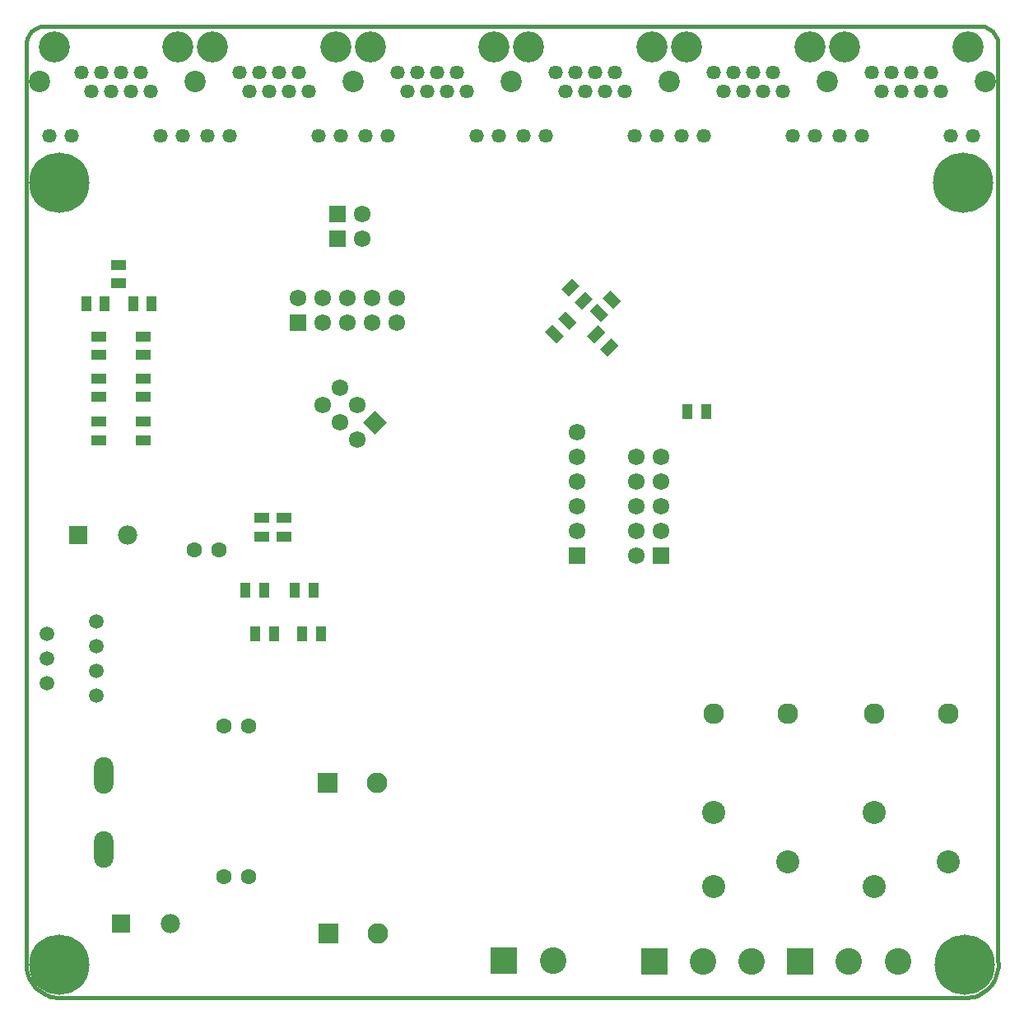
<source format=gbs>
G04 (created by PCBNEW-RS274X (2010-12-18 BZR 2669)-stable) date 2011-01-01T22:16:00 CET*
G01*
G70*
G90*
%MOIN*%
G04 Gerber Fmt 3.4, Leading zero omitted, Abs format*
%FSLAX34Y34*%
G04 APERTURE LIST*
%ADD10C,0.006000*%
%ADD11C,0.015000*%
%ADD12R,0.077800X0.077800*%
%ADD13C,0.077800*%
%ADD14C,0.067800*%
%ADD15R,0.067800X0.067800*%
%ADD16R,0.082800X0.082800*%
%ADD17C,0.082800*%
%ADD18C,0.062800*%
%ADD19R,0.042800X0.062800*%
%ADD20R,0.062800X0.042800*%
%ADD21C,0.244000*%
%ADD22C,0.086500*%
%ADD23C,0.057800*%
%ADD24C,0.125900*%
%ADD25C,0.083800*%
%ADD26C,0.093700*%
%ADD27C,0.059800*%
%ADD28O,0.078300X0.148800*%
%ADD29R,0.107800X0.107800*%
%ADD30C,0.107800*%
G04 APERTURE END LIST*
G54D10*
G54D11*
X00850Y-39900D02*
X00850Y-02550D01*
X39000Y-41150D02*
X02300Y-41150D01*
X40200Y-02550D02*
X40200Y-39650D01*
X01600Y-01800D02*
X39450Y-01800D01*
X01600Y-01800D02*
X01535Y-01803D01*
X01470Y-01812D01*
X01406Y-01826D01*
X01344Y-01846D01*
X01284Y-01871D01*
X01226Y-01901D01*
X01170Y-01936D01*
X01118Y-01976D01*
X01070Y-02020D01*
X01026Y-02068D01*
X00986Y-02120D01*
X00951Y-02176D01*
X00921Y-02234D01*
X00896Y-02294D01*
X00876Y-02356D01*
X00862Y-02420D01*
X00853Y-02485D01*
X00850Y-02550D01*
X40200Y-02550D02*
X40197Y-02485D01*
X40188Y-02420D01*
X40174Y-02356D01*
X40154Y-02294D01*
X40129Y-02234D01*
X40099Y-02176D01*
X40064Y-02120D01*
X40024Y-02068D01*
X39980Y-02020D01*
X39932Y-01976D01*
X39880Y-01936D01*
X39825Y-01901D01*
X39766Y-01871D01*
X39706Y-01846D01*
X39644Y-01826D01*
X39580Y-01812D01*
X39515Y-01803D01*
X39450Y-01800D01*
X38999Y-41149D02*
X39116Y-41131D01*
X39231Y-41103D01*
X39343Y-41065D01*
X39451Y-41017D01*
X39555Y-40960D01*
X39653Y-40894D01*
X39746Y-40820D01*
X39831Y-40738D01*
X39909Y-40649D01*
X39979Y-40553D01*
X40041Y-40452D01*
X40093Y-40345D01*
X40136Y-40235D01*
X40169Y-40121D01*
X40192Y-40005D01*
X40205Y-39887D01*
X40207Y-39770D01*
X40199Y-39651D01*
X00851Y-39899D02*
X00865Y-40016D01*
X00889Y-40131D01*
X00923Y-40244D01*
X00966Y-40354D01*
X01019Y-40460D01*
X01081Y-40560D01*
X01152Y-40655D01*
X01231Y-40743D01*
X01316Y-40824D01*
X01409Y-40897D01*
X01508Y-40962D01*
X01612Y-41018D01*
X01720Y-41064D01*
X01832Y-41101D01*
X01947Y-41129D01*
X02064Y-41146D01*
X02182Y-41152D01*
X02299Y-41149D01*
G54D12*
X04700Y-38150D03*
G54D13*
X06700Y-38150D03*
G54D12*
X02950Y-22400D03*
G54D13*
X04950Y-22400D03*
G54D10*
G36*
X15440Y-17854D02*
X14961Y-18333D01*
X14482Y-17854D01*
X14961Y-17375D01*
X15440Y-17854D01*
X15440Y-17854D01*
G37*
G54D14*
X14254Y-18561D03*
X14254Y-17146D03*
X13546Y-17854D03*
X13546Y-16439D03*
X12839Y-17146D03*
G54D15*
X26550Y-23250D03*
G54D14*
X25550Y-23250D03*
X26550Y-22250D03*
X25550Y-22250D03*
X26550Y-21250D03*
X25550Y-21250D03*
X26550Y-20250D03*
X25550Y-20250D03*
X26550Y-19250D03*
X25550Y-19250D03*
G54D16*
X13100Y-38550D03*
G54D17*
X15100Y-38550D03*
G54D18*
X08850Y-36250D03*
X09850Y-36250D03*
G54D10*
G36*
X23562Y-14356D02*
X24006Y-13912D01*
X24308Y-14214D01*
X23864Y-14658D01*
X23562Y-14356D01*
X23562Y-14356D01*
G37*
G36*
X24092Y-14886D02*
X24536Y-14442D01*
X24838Y-14744D01*
X24394Y-15188D01*
X24092Y-14886D01*
X24092Y-14886D01*
G37*
G36*
X23788Y-12844D02*
X23344Y-13288D01*
X23042Y-12986D01*
X23486Y-12542D01*
X23788Y-12844D01*
X23788Y-12844D01*
G37*
G36*
X23258Y-12314D02*
X22814Y-12758D01*
X22512Y-12456D01*
X22956Y-12012D01*
X23258Y-12314D01*
X23258Y-12314D01*
G37*
G54D19*
X27625Y-17400D03*
X28375Y-17400D03*
G54D10*
G36*
X22694Y-13362D02*
X23138Y-13806D01*
X22836Y-14108D01*
X22392Y-13664D01*
X22694Y-13362D01*
X22694Y-13362D01*
G37*
G36*
X22164Y-13892D02*
X22608Y-14336D01*
X22306Y-14638D01*
X21862Y-14194D01*
X22164Y-13892D01*
X22164Y-13892D01*
G37*
G36*
X24106Y-13788D02*
X23662Y-13344D01*
X23964Y-13042D01*
X24408Y-13486D01*
X24106Y-13788D01*
X24106Y-13788D01*
G37*
G36*
X24636Y-13258D02*
X24192Y-12814D01*
X24494Y-12512D01*
X24938Y-12956D01*
X24636Y-13258D01*
X24636Y-13258D01*
G37*
G54D16*
X13050Y-32450D03*
G54D17*
X15050Y-32450D03*
G54D15*
X23150Y-23250D03*
G54D14*
X23150Y-22250D03*
X23150Y-21250D03*
X23150Y-20250D03*
X23150Y-19250D03*
X23150Y-18250D03*
G54D15*
X13450Y-10400D03*
G54D14*
X14450Y-10400D03*
G54D15*
X13450Y-09400D03*
G54D14*
X14450Y-09400D03*
G54D18*
X08650Y-23000D03*
X07650Y-23000D03*
G54D19*
X05925Y-13050D03*
X05175Y-13050D03*
X03275Y-13050D03*
X04025Y-13050D03*
G54D20*
X03800Y-17825D03*
X03800Y-18575D03*
X03800Y-16075D03*
X03800Y-16825D03*
X05600Y-17825D03*
X05600Y-18575D03*
X05600Y-16075D03*
X05600Y-16825D03*
X11300Y-22475D03*
X11300Y-21725D03*
G54D19*
X12475Y-24650D03*
X11725Y-24650D03*
G54D20*
X10400Y-22475D03*
X10400Y-21725D03*
X04600Y-12225D03*
X04600Y-11475D03*
G54D19*
X10125Y-26400D03*
X10875Y-26400D03*
G54D20*
X03800Y-15125D03*
X03800Y-14375D03*
X05600Y-15125D03*
X05600Y-14375D03*
G54D19*
X12775Y-26400D03*
X12025Y-26400D03*
X09725Y-24650D03*
X10475Y-24650D03*
G54D18*
X08850Y-30150D03*
X09850Y-30150D03*
G54D21*
X38800Y-08150D03*
X38850Y-39800D03*
X02200Y-39800D03*
X02200Y-08150D03*
G54D22*
X01400Y-04050D03*
G54D23*
X22300Y-03689D03*
X22700Y-04453D03*
X23100Y-03689D03*
X23500Y-04453D03*
X23900Y-03689D03*
X24300Y-04453D03*
X24700Y-03689D03*
X25100Y-04453D03*
X21000Y-06250D03*
X21900Y-06250D03*
X25500Y-06250D03*
X26400Y-06250D03*
G54D24*
X26200Y-02650D03*
X21200Y-02650D03*
G54D22*
X26900Y-04050D03*
G54D23*
X28700Y-03689D03*
X29100Y-04453D03*
X29500Y-03689D03*
X29900Y-04453D03*
X30300Y-03689D03*
X30700Y-04453D03*
X31100Y-03689D03*
X31500Y-04453D03*
X27400Y-06250D03*
X28300Y-06250D03*
X31900Y-06250D03*
X32800Y-06250D03*
G54D24*
X32600Y-02650D03*
X27600Y-02650D03*
G54D22*
X33300Y-04050D03*
G54D23*
X35100Y-03689D03*
X35500Y-04453D03*
X35900Y-03689D03*
X36300Y-04453D03*
X36700Y-03689D03*
X37100Y-04453D03*
X37500Y-03689D03*
X37900Y-04453D03*
X33800Y-06250D03*
X34700Y-06250D03*
X38300Y-06250D03*
X39200Y-06250D03*
G54D24*
X39000Y-02650D03*
X34000Y-02650D03*
G54D22*
X39700Y-04050D03*
G54D23*
X15900Y-03689D03*
X16300Y-04453D03*
X16700Y-03689D03*
X17100Y-04453D03*
X17500Y-03689D03*
X17900Y-04453D03*
X18300Y-03689D03*
X18700Y-04453D03*
X14600Y-06250D03*
X15500Y-06250D03*
X19100Y-06250D03*
X20000Y-06250D03*
G54D24*
X19800Y-02650D03*
X14800Y-02650D03*
G54D22*
X20500Y-04050D03*
G54D23*
X09500Y-03689D03*
X09900Y-04453D03*
X10300Y-03689D03*
X10700Y-04453D03*
X11100Y-03689D03*
X11500Y-04453D03*
X11900Y-03689D03*
X12300Y-04453D03*
X08200Y-06250D03*
X09100Y-06250D03*
X12700Y-06250D03*
X13600Y-06250D03*
G54D24*
X13400Y-02650D03*
X08400Y-02650D03*
G54D22*
X14100Y-04050D03*
G54D23*
X03100Y-03689D03*
X03500Y-04453D03*
X03900Y-03689D03*
X04300Y-04453D03*
X04700Y-03689D03*
X05100Y-04453D03*
X05500Y-03689D03*
X05900Y-04453D03*
X01800Y-06250D03*
X02700Y-06250D03*
X06300Y-06250D03*
X07200Y-06250D03*
G54D24*
X07000Y-02650D03*
X02000Y-02650D03*
G54D22*
X07700Y-04050D03*
G54D25*
X28700Y-29650D03*
G54D26*
X28700Y-33650D03*
X28700Y-36650D03*
X31700Y-35650D03*
G54D25*
X31700Y-29650D03*
X35200Y-29650D03*
G54D26*
X35200Y-33650D03*
X35200Y-36650D03*
X38200Y-35650D03*
G54D25*
X38200Y-29650D03*
G54D27*
X03700Y-28900D03*
X01700Y-28400D03*
X03700Y-27900D03*
X01700Y-27400D03*
X03700Y-26900D03*
X01700Y-26400D03*
X03700Y-25900D03*
G54D28*
X04000Y-32150D03*
X04000Y-35150D03*
G54D15*
X11850Y-13800D03*
G54D14*
X11850Y-12800D03*
X12850Y-13800D03*
X12850Y-12800D03*
X13850Y-13800D03*
X13850Y-12800D03*
X14850Y-13800D03*
X14850Y-12800D03*
X15850Y-13800D03*
X15850Y-12800D03*
G54D29*
X26294Y-39685D03*
G54D30*
X28263Y-39685D03*
X30232Y-39685D03*
G54D29*
X32200Y-39685D03*
G54D30*
X34169Y-39685D03*
X36138Y-39685D03*
G54D29*
X20200Y-39650D03*
G54D30*
X22200Y-39650D03*
M02*

</source>
